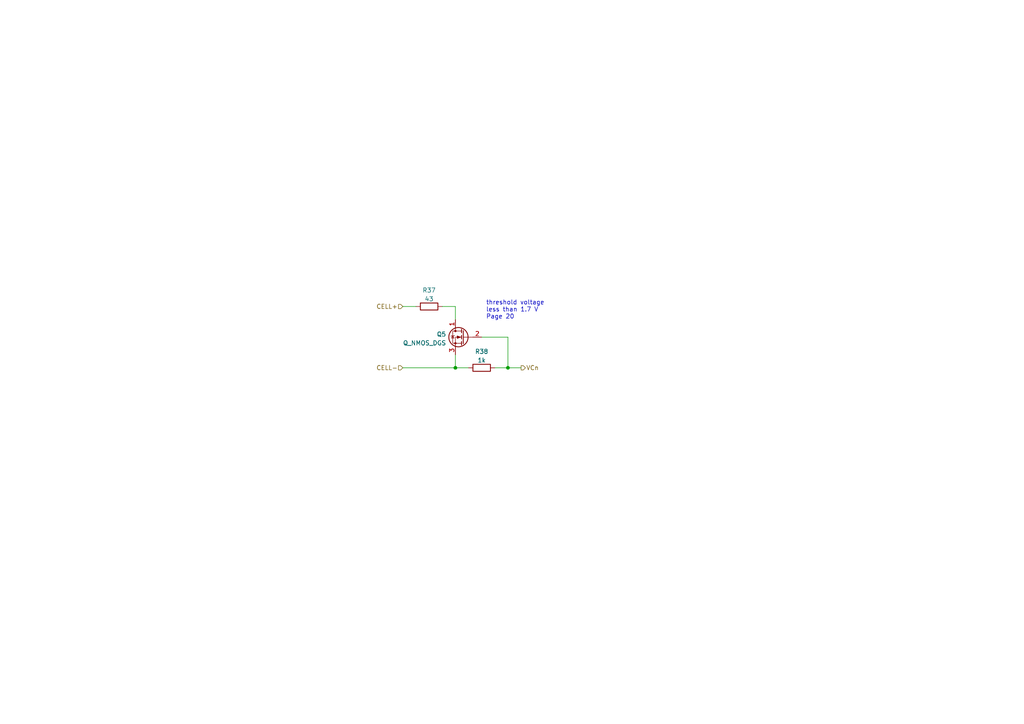
<source format=kicad_sch>
(kicad_sch (version 20211123) (generator eeschema)
  (paper "A4")
  (title_block (title "Blance FET") (date "2022-10-30") (rev "Rev 0") (company "QTech BMS Dept"))
  (lib_symbols
    (symbol "Device:Q_NMOS_DGS" (pin_names (offset 0) hide)
      (property "Reference" "Q" (at 5.08 1.27 0))
      (property "Value" "Q_NMOS_DGS" (at 5.08 -1.27 0))
      (symbol "Q_NMOS_DGS_0_1"
        (polyline (pts (xy 0.254 0) (xy -2.54 0)))
        (polyline (pts (xy 0.254 1.905) (xy 0.254 -1.905)) (stroke (width 0.254)))
        (polyline (pts (xy 0.762 -1.27) (xy 0.762 -2.286)) (stroke (width 0.254)))
        (polyline (pts (xy 0.762 0.508) (xy 0.762 -0.508)) (stroke (width 0.254)))
        (polyline (pts (xy 0.762 2.286) (xy 0.762 1.27)) (stroke (width 0.254)))
        (polyline (pts (xy 2.54 2.54) (xy 2.54 1.778)))
        (polyline (pts (xy 2.54 -2.54) (xy 2.54 0) (xy 0.762 0)))
        (polyline (pts (xy 0.762 -1.778) (xy 3.302 -1.778) (xy 3.302 1.778) (xy 0.762 1.778)))
        (polyline (pts (xy 1.016 0) (xy 2.032 0.381) (xy 2.032 -0.381) (xy 1.016 0)) (fill (type outline)))
        (polyline (pts (xy 2.794 0.508) (xy 2.921 0.381) (xy 3.683 0.381) (xy 3.81 0.254)))
        (polyline (pts (xy 3.302 0.381) (xy 2.921 -0.254) (xy 3.683 -0.254) (xy 3.302 0.381)))
        (circle (center 1.651 0) (radius 2.794) (stroke (width 0.254)))
        (circle (center 2.54 -1.778) (radius 0.254) (fill (type outline)))
        (circle (center 2.54 1.778) (radius 0.254) (fill (type outline)))
      )
      (symbol "Q_NMOS_DGS_1_1"
        (pin passive line (at 2.54 5.08 270) (length 2.54) (name "D") (number "1"))
        (pin input line (at -5.08 0 0) (length 2.54) (name "G") (number "2"))
        (pin passive line (at 2.54 -5.08 90) (length 2.54) (name "S") (number "3"))
      )
    )
    (symbol "Device:R" (pin_numbers hide) (pin_names (offset 0))
      (property "Reference" "R" (at 2.032 0 90))
      (property "Value" "R" (at 0 0 90))
      (symbol "R_0_1"
        (rectangle (start -1.016 -2.54) (end 1.016 2.54) (stroke (width 0.254)))
      )
      (symbol "R_1_1"
        (pin passive line (at 0 3.81 270) (length 1.27) (name "~") (number "1"))
        (pin passive line (at 0 -3.81 90) (length 1.27) (name "~") (number "2"))
      )
    )
  )
  (junction (at 132.08 106.68))
  (junction (at 147.32 106.68))
  (wire (pts (xy 147.32 97.79) (xy 139.7 97.79)))
  (wire (pts (xy 116.84 106.68) (xy 132.08 106.68)))
  (wire (pts (xy 132.08 106.68) (xy 132.08 102.87)))
  (wire (pts (xy 132.08 88.9) (xy 128.27 88.9)))
  (wire (pts (xy 147.32 106.68) (xy 151.13 106.68)))
  (wire (pts (xy 147.32 106.68) (xy 147.32 97.79)))
  (wire (pts (xy 135.89 106.68) (xy 132.08 106.68)))
  (wire (pts (xy 116.84 88.9) (xy 120.65 88.9)))
  (wire (pts (xy 132.08 92.71) (xy 132.08 88.9)))
  (wire (pts (xy 143.51 106.68) (xy 147.32 106.68)))
  (text "threshold voltage\nless than 1.7 V\nPage 20" (at 140.97 92.71 0) (effects (font (size 1.27 1.27)) (justify left bottom)))
  (hierarchical_label "CELL-" (shape input) (at 116.84 106.68 180))
  (hierarchical_label "VCn" (shape output) (at 151.13 106.68 0))
  (hierarchical_label "CELL+" (shape input) (at 116.84 88.9 180))
  (symbol (lib_id "Device:Q_NMOS_DGS") (at 134.62 97.79 0) (mirror y) (unit 1)
    (property "Reference" "Q5" (at 129.4131 96.9553 0) (effects (justify left)))
    (property "Value" "Q_NMOS_DGS" (at 129.4131 99.4922 0) (effects (justify left)))
    (property "Footprint" "Package_TO_SOT_SMD:SOT-23" (effects hide))
    (property "Src_Value" "bal_fet" (effects hide))
  )
  (symbol (lib_id "Device:R") (at 139.7 106.68 90) (unit 1)
    (property "Reference" "R38" (at 139.7 101.9642 90))
    (property "Value" "1k" (at 139.7 104.5011 90))
    (property "Footprint" "Resistor_SMD:R_0603_1608Metric" (effects hide))
    (property "Src_Value" "R_ine" (effects hide))
    (property "Src_Page" "20" (effects hide))
  )
  (symbol (lib_id "Device:R") (at 124.46 88.9 90) (unit 1)
    (property "Reference" "R37" (at 124.46 84.1842 90))
    (property "Value" "43" (at 124.46 86.7211 90))
    (property "Footprint" "Resistor_SMD:R_1210_3225Metric" (effects hide))
    (property "Src_Value" "R_cbe" (effects hide))
  )
)
</source>
